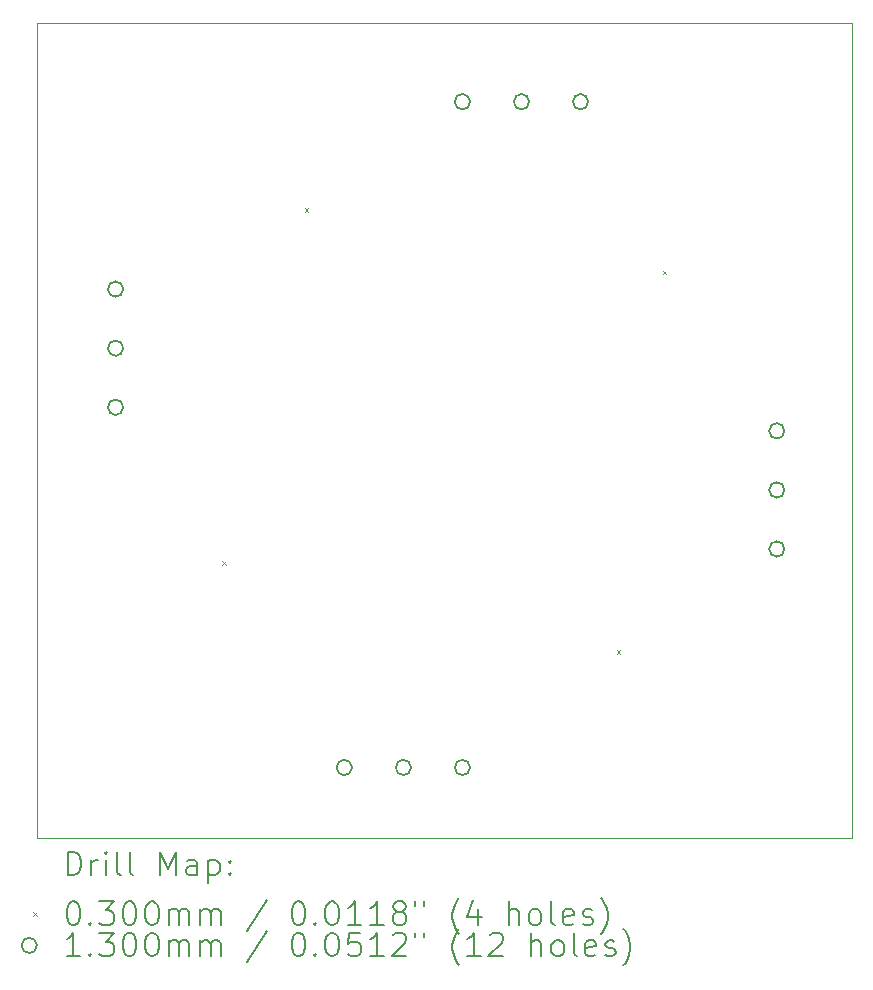
<source format=gbr>
%TF.GenerationSoftware,KiCad,Pcbnew,9.0.3*%
%TF.CreationDate,2025-08-26T19:25:46-07:00*%
%TF.ProjectId,sdi12_breakout,73646931-325f-4627-9265-616b6f75742e,V1*%
%TF.SameCoordinates,Original*%
%TF.FileFunction,Drillmap*%
%TF.FilePolarity,Positive*%
%FSLAX45Y45*%
G04 Gerber Fmt 4.5, Leading zero omitted, Abs format (unit mm)*
G04 Created by KiCad (PCBNEW 9.0.3) date 2025-08-26 19:25:46*
%MOMM*%
%LPD*%
G01*
G04 APERTURE LIST*
%ADD10C,0.050000*%
%ADD11C,0.200000*%
%ADD12C,0.100000*%
%ADD13C,0.130000*%
G04 APERTURE END LIST*
D10*
X10830000Y-6300000D02*
X17730000Y-6300000D01*
X17730000Y-13200000D01*
X10830000Y-13200000D01*
X10830000Y-6300000D01*
D11*
D12*
X12395000Y-10855000D02*
X12425000Y-10885000D01*
X12425000Y-10855000D02*
X12395000Y-10885000D01*
X13095000Y-7865000D02*
X13125000Y-7895000D01*
X13125000Y-7865000D02*
X13095000Y-7895000D01*
X15735000Y-11605000D02*
X15765000Y-11635000D01*
X15765000Y-11605000D02*
X15735000Y-11635000D01*
X16125000Y-8395000D02*
X16155000Y-8425000D01*
X16155000Y-8395000D02*
X16125000Y-8425000D01*
D13*
X11558250Y-8550000D02*
G75*
G02*
X11428250Y-8550000I-65000J0D01*
G01*
X11428250Y-8550000D02*
G75*
G02*
X11558250Y-8550000I65000J0D01*
G01*
X11558250Y-9050000D02*
G75*
G02*
X11428250Y-9050000I-65000J0D01*
G01*
X11428250Y-9050000D02*
G75*
G02*
X11558250Y-9050000I65000J0D01*
G01*
X11558250Y-9550000D02*
G75*
G02*
X11428250Y-9550000I-65000J0D01*
G01*
X11428250Y-9550000D02*
G75*
G02*
X11558250Y-9550000I65000J0D01*
G01*
X13495000Y-12600000D02*
G75*
G02*
X13365000Y-12600000I-65000J0D01*
G01*
X13365000Y-12600000D02*
G75*
G02*
X13495000Y-12600000I65000J0D01*
G01*
X13995000Y-12600000D02*
G75*
G02*
X13865000Y-12600000I-65000J0D01*
G01*
X13865000Y-12600000D02*
G75*
G02*
X13995000Y-12600000I65000J0D01*
G01*
X14495000Y-6963250D02*
G75*
G02*
X14365000Y-6963250I-65000J0D01*
G01*
X14365000Y-6963250D02*
G75*
G02*
X14495000Y-6963250I65000J0D01*
G01*
X14495000Y-12600000D02*
G75*
G02*
X14365000Y-12600000I-65000J0D01*
G01*
X14365000Y-12600000D02*
G75*
G02*
X14495000Y-12600000I65000J0D01*
G01*
X14995000Y-6963250D02*
G75*
G02*
X14865000Y-6963250I-65000J0D01*
G01*
X14865000Y-6963250D02*
G75*
G02*
X14995000Y-6963250I65000J0D01*
G01*
X15495000Y-6963250D02*
G75*
G02*
X15365000Y-6963250I-65000J0D01*
G01*
X15365000Y-6963250D02*
G75*
G02*
X15495000Y-6963250I65000J0D01*
G01*
X17156750Y-9750000D02*
G75*
G02*
X17026750Y-9750000I-65000J0D01*
G01*
X17026750Y-9750000D02*
G75*
G02*
X17156750Y-9750000I65000J0D01*
G01*
X17156750Y-10250000D02*
G75*
G02*
X17026750Y-10250000I-65000J0D01*
G01*
X17026750Y-10250000D02*
G75*
G02*
X17156750Y-10250000I65000J0D01*
G01*
X17156750Y-10750000D02*
G75*
G02*
X17026750Y-10750000I-65000J0D01*
G01*
X17026750Y-10750000D02*
G75*
G02*
X17156750Y-10750000I65000J0D01*
G01*
D11*
X11088277Y-13513984D02*
X11088277Y-13313984D01*
X11088277Y-13313984D02*
X11135896Y-13313984D01*
X11135896Y-13313984D02*
X11164467Y-13323508D01*
X11164467Y-13323508D02*
X11183515Y-13342555D01*
X11183515Y-13342555D02*
X11193039Y-13361603D01*
X11193039Y-13361603D02*
X11202562Y-13399698D01*
X11202562Y-13399698D02*
X11202562Y-13428269D01*
X11202562Y-13428269D02*
X11193039Y-13466365D01*
X11193039Y-13466365D02*
X11183515Y-13485412D01*
X11183515Y-13485412D02*
X11164467Y-13504460D01*
X11164467Y-13504460D02*
X11135896Y-13513984D01*
X11135896Y-13513984D02*
X11088277Y-13513984D01*
X11288277Y-13513984D02*
X11288277Y-13380650D01*
X11288277Y-13418746D02*
X11297801Y-13399698D01*
X11297801Y-13399698D02*
X11307324Y-13390174D01*
X11307324Y-13390174D02*
X11326372Y-13380650D01*
X11326372Y-13380650D02*
X11345420Y-13380650D01*
X11412086Y-13513984D02*
X11412086Y-13380650D01*
X11412086Y-13313984D02*
X11402562Y-13323508D01*
X11402562Y-13323508D02*
X11412086Y-13333031D01*
X11412086Y-13333031D02*
X11421610Y-13323508D01*
X11421610Y-13323508D02*
X11412086Y-13313984D01*
X11412086Y-13313984D02*
X11412086Y-13333031D01*
X11535896Y-13513984D02*
X11516848Y-13504460D01*
X11516848Y-13504460D02*
X11507324Y-13485412D01*
X11507324Y-13485412D02*
X11507324Y-13313984D01*
X11640658Y-13513984D02*
X11621610Y-13504460D01*
X11621610Y-13504460D02*
X11612086Y-13485412D01*
X11612086Y-13485412D02*
X11612086Y-13313984D01*
X11869229Y-13513984D02*
X11869229Y-13313984D01*
X11869229Y-13313984D02*
X11935896Y-13456841D01*
X11935896Y-13456841D02*
X12002562Y-13313984D01*
X12002562Y-13313984D02*
X12002562Y-13513984D01*
X12183515Y-13513984D02*
X12183515Y-13409222D01*
X12183515Y-13409222D02*
X12173991Y-13390174D01*
X12173991Y-13390174D02*
X12154943Y-13380650D01*
X12154943Y-13380650D02*
X12116848Y-13380650D01*
X12116848Y-13380650D02*
X12097801Y-13390174D01*
X12183515Y-13504460D02*
X12164467Y-13513984D01*
X12164467Y-13513984D02*
X12116848Y-13513984D01*
X12116848Y-13513984D02*
X12097801Y-13504460D01*
X12097801Y-13504460D02*
X12088277Y-13485412D01*
X12088277Y-13485412D02*
X12088277Y-13466365D01*
X12088277Y-13466365D02*
X12097801Y-13447317D01*
X12097801Y-13447317D02*
X12116848Y-13437793D01*
X12116848Y-13437793D02*
X12164467Y-13437793D01*
X12164467Y-13437793D02*
X12183515Y-13428269D01*
X12278753Y-13380650D02*
X12278753Y-13580650D01*
X12278753Y-13390174D02*
X12297801Y-13380650D01*
X12297801Y-13380650D02*
X12335896Y-13380650D01*
X12335896Y-13380650D02*
X12354943Y-13390174D01*
X12354943Y-13390174D02*
X12364467Y-13399698D01*
X12364467Y-13399698D02*
X12373991Y-13418746D01*
X12373991Y-13418746D02*
X12373991Y-13475888D01*
X12373991Y-13475888D02*
X12364467Y-13494936D01*
X12364467Y-13494936D02*
X12354943Y-13504460D01*
X12354943Y-13504460D02*
X12335896Y-13513984D01*
X12335896Y-13513984D02*
X12297801Y-13513984D01*
X12297801Y-13513984D02*
X12278753Y-13504460D01*
X12459705Y-13494936D02*
X12469229Y-13504460D01*
X12469229Y-13504460D02*
X12459705Y-13513984D01*
X12459705Y-13513984D02*
X12450182Y-13504460D01*
X12450182Y-13504460D02*
X12459705Y-13494936D01*
X12459705Y-13494936D02*
X12459705Y-13513984D01*
X12459705Y-13390174D02*
X12469229Y-13399698D01*
X12469229Y-13399698D02*
X12459705Y-13409222D01*
X12459705Y-13409222D02*
X12450182Y-13399698D01*
X12450182Y-13399698D02*
X12459705Y-13390174D01*
X12459705Y-13390174D02*
X12459705Y-13409222D01*
D12*
X10797500Y-13827500D02*
X10827500Y-13857500D01*
X10827500Y-13827500D02*
X10797500Y-13857500D01*
D11*
X11126372Y-13733984D02*
X11145420Y-13733984D01*
X11145420Y-13733984D02*
X11164467Y-13743508D01*
X11164467Y-13743508D02*
X11173991Y-13753031D01*
X11173991Y-13753031D02*
X11183515Y-13772079D01*
X11183515Y-13772079D02*
X11193039Y-13810174D01*
X11193039Y-13810174D02*
X11193039Y-13857793D01*
X11193039Y-13857793D02*
X11183515Y-13895888D01*
X11183515Y-13895888D02*
X11173991Y-13914936D01*
X11173991Y-13914936D02*
X11164467Y-13924460D01*
X11164467Y-13924460D02*
X11145420Y-13933984D01*
X11145420Y-13933984D02*
X11126372Y-13933984D01*
X11126372Y-13933984D02*
X11107324Y-13924460D01*
X11107324Y-13924460D02*
X11097801Y-13914936D01*
X11097801Y-13914936D02*
X11088277Y-13895888D01*
X11088277Y-13895888D02*
X11078753Y-13857793D01*
X11078753Y-13857793D02*
X11078753Y-13810174D01*
X11078753Y-13810174D02*
X11088277Y-13772079D01*
X11088277Y-13772079D02*
X11097801Y-13753031D01*
X11097801Y-13753031D02*
X11107324Y-13743508D01*
X11107324Y-13743508D02*
X11126372Y-13733984D01*
X11278753Y-13914936D02*
X11288277Y-13924460D01*
X11288277Y-13924460D02*
X11278753Y-13933984D01*
X11278753Y-13933984D02*
X11269229Y-13924460D01*
X11269229Y-13924460D02*
X11278753Y-13914936D01*
X11278753Y-13914936D02*
X11278753Y-13933984D01*
X11354943Y-13733984D02*
X11478753Y-13733984D01*
X11478753Y-13733984D02*
X11412086Y-13810174D01*
X11412086Y-13810174D02*
X11440658Y-13810174D01*
X11440658Y-13810174D02*
X11459705Y-13819698D01*
X11459705Y-13819698D02*
X11469229Y-13829222D01*
X11469229Y-13829222D02*
X11478753Y-13848269D01*
X11478753Y-13848269D02*
X11478753Y-13895888D01*
X11478753Y-13895888D02*
X11469229Y-13914936D01*
X11469229Y-13914936D02*
X11459705Y-13924460D01*
X11459705Y-13924460D02*
X11440658Y-13933984D01*
X11440658Y-13933984D02*
X11383515Y-13933984D01*
X11383515Y-13933984D02*
X11364467Y-13924460D01*
X11364467Y-13924460D02*
X11354943Y-13914936D01*
X11602562Y-13733984D02*
X11621610Y-13733984D01*
X11621610Y-13733984D02*
X11640658Y-13743508D01*
X11640658Y-13743508D02*
X11650182Y-13753031D01*
X11650182Y-13753031D02*
X11659705Y-13772079D01*
X11659705Y-13772079D02*
X11669229Y-13810174D01*
X11669229Y-13810174D02*
X11669229Y-13857793D01*
X11669229Y-13857793D02*
X11659705Y-13895888D01*
X11659705Y-13895888D02*
X11650182Y-13914936D01*
X11650182Y-13914936D02*
X11640658Y-13924460D01*
X11640658Y-13924460D02*
X11621610Y-13933984D01*
X11621610Y-13933984D02*
X11602562Y-13933984D01*
X11602562Y-13933984D02*
X11583515Y-13924460D01*
X11583515Y-13924460D02*
X11573991Y-13914936D01*
X11573991Y-13914936D02*
X11564467Y-13895888D01*
X11564467Y-13895888D02*
X11554943Y-13857793D01*
X11554943Y-13857793D02*
X11554943Y-13810174D01*
X11554943Y-13810174D02*
X11564467Y-13772079D01*
X11564467Y-13772079D02*
X11573991Y-13753031D01*
X11573991Y-13753031D02*
X11583515Y-13743508D01*
X11583515Y-13743508D02*
X11602562Y-13733984D01*
X11793039Y-13733984D02*
X11812086Y-13733984D01*
X11812086Y-13733984D02*
X11831134Y-13743508D01*
X11831134Y-13743508D02*
X11840658Y-13753031D01*
X11840658Y-13753031D02*
X11850182Y-13772079D01*
X11850182Y-13772079D02*
X11859705Y-13810174D01*
X11859705Y-13810174D02*
X11859705Y-13857793D01*
X11859705Y-13857793D02*
X11850182Y-13895888D01*
X11850182Y-13895888D02*
X11840658Y-13914936D01*
X11840658Y-13914936D02*
X11831134Y-13924460D01*
X11831134Y-13924460D02*
X11812086Y-13933984D01*
X11812086Y-13933984D02*
X11793039Y-13933984D01*
X11793039Y-13933984D02*
X11773991Y-13924460D01*
X11773991Y-13924460D02*
X11764467Y-13914936D01*
X11764467Y-13914936D02*
X11754943Y-13895888D01*
X11754943Y-13895888D02*
X11745420Y-13857793D01*
X11745420Y-13857793D02*
X11745420Y-13810174D01*
X11745420Y-13810174D02*
X11754943Y-13772079D01*
X11754943Y-13772079D02*
X11764467Y-13753031D01*
X11764467Y-13753031D02*
X11773991Y-13743508D01*
X11773991Y-13743508D02*
X11793039Y-13733984D01*
X11945420Y-13933984D02*
X11945420Y-13800650D01*
X11945420Y-13819698D02*
X11954943Y-13810174D01*
X11954943Y-13810174D02*
X11973991Y-13800650D01*
X11973991Y-13800650D02*
X12002563Y-13800650D01*
X12002563Y-13800650D02*
X12021610Y-13810174D01*
X12021610Y-13810174D02*
X12031134Y-13829222D01*
X12031134Y-13829222D02*
X12031134Y-13933984D01*
X12031134Y-13829222D02*
X12040658Y-13810174D01*
X12040658Y-13810174D02*
X12059705Y-13800650D01*
X12059705Y-13800650D02*
X12088277Y-13800650D01*
X12088277Y-13800650D02*
X12107324Y-13810174D01*
X12107324Y-13810174D02*
X12116848Y-13829222D01*
X12116848Y-13829222D02*
X12116848Y-13933984D01*
X12212086Y-13933984D02*
X12212086Y-13800650D01*
X12212086Y-13819698D02*
X12221610Y-13810174D01*
X12221610Y-13810174D02*
X12240658Y-13800650D01*
X12240658Y-13800650D02*
X12269229Y-13800650D01*
X12269229Y-13800650D02*
X12288277Y-13810174D01*
X12288277Y-13810174D02*
X12297801Y-13829222D01*
X12297801Y-13829222D02*
X12297801Y-13933984D01*
X12297801Y-13829222D02*
X12307324Y-13810174D01*
X12307324Y-13810174D02*
X12326372Y-13800650D01*
X12326372Y-13800650D02*
X12354943Y-13800650D01*
X12354943Y-13800650D02*
X12373991Y-13810174D01*
X12373991Y-13810174D02*
X12383515Y-13829222D01*
X12383515Y-13829222D02*
X12383515Y-13933984D01*
X12773991Y-13724460D02*
X12602563Y-13981603D01*
X13031134Y-13733984D02*
X13050182Y-13733984D01*
X13050182Y-13733984D02*
X13069229Y-13743508D01*
X13069229Y-13743508D02*
X13078753Y-13753031D01*
X13078753Y-13753031D02*
X13088277Y-13772079D01*
X13088277Y-13772079D02*
X13097801Y-13810174D01*
X13097801Y-13810174D02*
X13097801Y-13857793D01*
X13097801Y-13857793D02*
X13088277Y-13895888D01*
X13088277Y-13895888D02*
X13078753Y-13914936D01*
X13078753Y-13914936D02*
X13069229Y-13924460D01*
X13069229Y-13924460D02*
X13050182Y-13933984D01*
X13050182Y-13933984D02*
X13031134Y-13933984D01*
X13031134Y-13933984D02*
X13012086Y-13924460D01*
X13012086Y-13924460D02*
X13002563Y-13914936D01*
X13002563Y-13914936D02*
X12993039Y-13895888D01*
X12993039Y-13895888D02*
X12983515Y-13857793D01*
X12983515Y-13857793D02*
X12983515Y-13810174D01*
X12983515Y-13810174D02*
X12993039Y-13772079D01*
X12993039Y-13772079D02*
X13002563Y-13753031D01*
X13002563Y-13753031D02*
X13012086Y-13743508D01*
X13012086Y-13743508D02*
X13031134Y-13733984D01*
X13183515Y-13914936D02*
X13193039Y-13924460D01*
X13193039Y-13924460D02*
X13183515Y-13933984D01*
X13183515Y-13933984D02*
X13173991Y-13924460D01*
X13173991Y-13924460D02*
X13183515Y-13914936D01*
X13183515Y-13914936D02*
X13183515Y-13933984D01*
X13316848Y-13733984D02*
X13335896Y-13733984D01*
X13335896Y-13733984D02*
X13354944Y-13743508D01*
X13354944Y-13743508D02*
X13364467Y-13753031D01*
X13364467Y-13753031D02*
X13373991Y-13772079D01*
X13373991Y-13772079D02*
X13383515Y-13810174D01*
X13383515Y-13810174D02*
X13383515Y-13857793D01*
X13383515Y-13857793D02*
X13373991Y-13895888D01*
X13373991Y-13895888D02*
X13364467Y-13914936D01*
X13364467Y-13914936D02*
X13354944Y-13924460D01*
X13354944Y-13924460D02*
X13335896Y-13933984D01*
X13335896Y-13933984D02*
X13316848Y-13933984D01*
X13316848Y-13933984D02*
X13297801Y-13924460D01*
X13297801Y-13924460D02*
X13288277Y-13914936D01*
X13288277Y-13914936D02*
X13278753Y-13895888D01*
X13278753Y-13895888D02*
X13269229Y-13857793D01*
X13269229Y-13857793D02*
X13269229Y-13810174D01*
X13269229Y-13810174D02*
X13278753Y-13772079D01*
X13278753Y-13772079D02*
X13288277Y-13753031D01*
X13288277Y-13753031D02*
X13297801Y-13743508D01*
X13297801Y-13743508D02*
X13316848Y-13733984D01*
X13573991Y-13933984D02*
X13459706Y-13933984D01*
X13516848Y-13933984D02*
X13516848Y-13733984D01*
X13516848Y-13733984D02*
X13497801Y-13762555D01*
X13497801Y-13762555D02*
X13478753Y-13781603D01*
X13478753Y-13781603D02*
X13459706Y-13791127D01*
X13764467Y-13933984D02*
X13650182Y-13933984D01*
X13707325Y-13933984D02*
X13707325Y-13733984D01*
X13707325Y-13733984D02*
X13688277Y-13762555D01*
X13688277Y-13762555D02*
X13669229Y-13781603D01*
X13669229Y-13781603D02*
X13650182Y-13791127D01*
X13878753Y-13819698D02*
X13859706Y-13810174D01*
X13859706Y-13810174D02*
X13850182Y-13800650D01*
X13850182Y-13800650D02*
X13840658Y-13781603D01*
X13840658Y-13781603D02*
X13840658Y-13772079D01*
X13840658Y-13772079D02*
X13850182Y-13753031D01*
X13850182Y-13753031D02*
X13859706Y-13743508D01*
X13859706Y-13743508D02*
X13878753Y-13733984D01*
X13878753Y-13733984D02*
X13916848Y-13733984D01*
X13916848Y-13733984D02*
X13935896Y-13743508D01*
X13935896Y-13743508D02*
X13945420Y-13753031D01*
X13945420Y-13753031D02*
X13954944Y-13772079D01*
X13954944Y-13772079D02*
X13954944Y-13781603D01*
X13954944Y-13781603D02*
X13945420Y-13800650D01*
X13945420Y-13800650D02*
X13935896Y-13810174D01*
X13935896Y-13810174D02*
X13916848Y-13819698D01*
X13916848Y-13819698D02*
X13878753Y-13819698D01*
X13878753Y-13819698D02*
X13859706Y-13829222D01*
X13859706Y-13829222D02*
X13850182Y-13838746D01*
X13850182Y-13838746D02*
X13840658Y-13857793D01*
X13840658Y-13857793D02*
X13840658Y-13895888D01*
X13840658Y-13895888D02*
X13850182Y-13914936D01*
X13850182Y-13914936D02*
X13859706Y-13924460D01*
X13859706Y-13924460D02*
X13878753Y-13933984D01*
X13878753Y-13933984D02*
X13916848Y-13933984D01*
X13916848Y-13933984D02*
X13935896Y-13924460D01*
X13935896Y-13924460D02*
X13945420Y-13914936D01*
X13945420Y-13914936D02*
X13954944Y-13895888D01*
X13954944Y-13895888D02*
X13954944Y-13857793D01*
X13954944Y-13857793D02*
X13945420Y-13838746D01*
X13945420Y-13838746D02*
X13935896Y-13829222D01*
X13935896Y-13829222D02*
X13916848Y-13819698D01*
X14031134Y-13733984D02*
X14031134Y-13772079D01*
X14107325Y-13733984D02*
X14107325Y-13772079D01*
X14402563Y-14010174D02*
X14393039Y-14000650D01*
X14393039Y-14000650D02*
X14373991Y-13972079D01*
X14373991Y-13972079D02*
X14364468Y-13953031D01*
X14364468Y-13953031D02*
X14354944Y-13924460D01*
X14354944Y-13924460D02*
X14345420Y-13876841D01*
X14345420Y-13876841D02*
X14345420Y-13838746D01*
X14345420Y-13838746D02*
X14354944Y-13791127D01*
X14354944Y-13791127D02*
X14364468Y-13762555D01*
X14364468Y-13762555D02*
X14373991Y-13743508D01*
X14373991Y-13743508D02*
X14393039Y-13714936D01*
X14393039Y-13714936D02*
X14402563Y-13705412D01*
X14564468Y-13800650D02*
X14564468Y-13933984D01*
X14516848Y-13724460D02*
X14469229Y-13867317D01*
X14469229Y-13867317D02*
X14593039Y-13867317D01*
X14821610Y-13933984D02*
X14821610Y-13733984D01*
X14907325Y-13933984D02*
X14907325Y-13829222D01*
X14907325Y-13829222D02*
X14897801Y-13810174D01*
X14897801Y-13810174D02*
X14878753Y-13800650D01*
X14878753Y-13800650D02*
X14850182Y-13800650D01*
X14850182Y-13800650D02*
X14831134Y-13810174D01*
X14831134Y-13810174D02*
X14821610Y-13819698D01*
X15031134Y-13933984D02*
X15012087Y-13924460D01*
X15012087Y-13924460D02*
X15002563Y-13914936D01*
X15002563Y-13914936D02*
X14993039Y-13895888D01*
X14993039Y-13895888D02*
X14993039Y-13838746D01*
X14993039Y-13838746D02*
X15002563Y-13819698D01*
X15002563Y-13819698D02*
X15012087Y-13810174D01*
X15012087Y-13810174D02*
X15031134Y-13800650D01*
X15031134Y-13800650D02*
X15059706Y-13800650D01*
X15059706Y-13800650D02*
X15078753Y-13810174D01*
X15078753Y-13810174D02*
X15088277Y-13819698D01*
X15088277Y-13819698D02*
X15097801Y-13838746D01*
X15097801Y-13838746D02*
X15097801Y-13895888D01*
X15097801Y-13895888D02*
X15088277Y-13914936D01*
X15088277Y-13914936D02*
X15078753Y-13924460D01*
X15078753Y-13924460D02*
X15059706Y-13933984D01*
X15059706Y-13933984D02*
X15031134Y-13933984D01*
X15212087Y-13933984D02*
X15193039Y-13924460D01*
X15193039Y-13924460D02*
X15183515Y-13905412D01*
X15183515Y-13905412D02*
X15183515Y-13733984D01*
X15364468Y-13924460D02*
X15345420Y-13933984D01*
X15345420Y-13933984D02*
X15307325Y-13933984D01*
X15307325Y-13933984D02*
X15288277Y-13924460D01*
X15288277Y-13924460D02*
X15278753Y-13905412D01*
X15278753Y-13905412D02*
X15278753Y-13829222D01*
X15278753Y-13829222D02*
X15288277Y-13810174D01*
X15288277Y-13810174D02*
X15307325Y-13800650D01*
X15307325Y-13800650D02*
X15345420Y-13800650D01*
X15345420Y-13800650D02*
X15364468Y-13810174D01*
X15364468Y-13810174D02*
X15373991Y-13829222D01*
X15373991Y-13829222D02*
X15373991Y-13848269D01*
X15373991Y-13848269D02*
X15278753Y-13867317D01*
X15450182Y-13924460D02*
X15469230Y-13933984D01*
X15469230Y-13933984D02*
X15507325Y-13933984D01*
X15507325Y-13933984D02*
X15526372Y-13924460D01*
X15526372Y-13924460D02*
X15535896Y-13905412D01*
X15535896Y-13905412D02*
X15535896Y-13895888D01*
X15535896Y-13895888D02*
X15526372Y-13876841D01*
X15526372Y-13876841D02*
X15507325Y-13867317D01*
X15507325Y-13867317D02*
X15478753Y-13867317D01*
X15478753Y-13867317D02*
X15459706Y-13857793D01*
X15459706Y-13857793D02*
X15450182Y-13838746D01*
X15450182Y-13838746D02*
X15450182Y-13829222D01*
X15450182Y-13829222D02*
X15459706Y-13810174D01*
X15459706Y-13810174D02*
X15478753Y-13800650D01*
X15478753Y-13800650D02*
X15507325Y-13800650D01*
X15507325Y-13800650D02*
X15526372Y-13810174D01*
X15602563Y-14010174D02*
X15612087Y-14000650D01*
X15612087Y-14000650D02*
X15631134Y-13972079D01*
X15631134Y-13972079D02*
X15640658Y-13953031D01*
X15640658Y-13953031D02*
X15650182Y-13924460D01*
X15650182Y-13924460D02*
X15659706Y-13876841D01*
X15659706Y-13876841D02*
X15659706Y-13838746D01*
X15659706Y-13838746D02*
X15650182Y-13791127D01*
X15650182Y-13791127D02*
X15640658Y-13762555D01*
X15640658Y-13762555D02*
X15631134Y-13743508D01*
X15631134Y-13743508D02*
X15612087Y-13714936D01*
X15612087Y-13714936D02*
X15602563Y-13705412D01*
D13*
X10827500Y-14106500D02*
G75*
G02*
X10697500Y-14106500I-65000J0D01*
G01*
X10697500Y-14106500D02*
G75*
G02*
X10827500Y-14106500I65000J0D01*
G01*
D11*
X11193039Y-14197984D02*
X11078753Y-14197984D01*
X11135896Y-14197984D02*
X11135896Y-13997984D01*
X11135896Y-13997984D02*
X11116848Y-14026555D01*
X11116848Y-14026555D02*
X11097801Y-14045603D01*
X11097801Y-14045603D02*
X11078753Y-14055127D01*
X11278753Y-14178936D02*
X11288277Y-14188460D01*
X11288277Y-14188460D02*
X11278753Y-14197984D01*
X11278753Y-14197984D02*
X11269229Y-14188460D01*
X11269229Y-14188460D02*
X11278753Y-14178936D01*
X11278753Y-14178936D02*
X11278753Y-14197984D01*
X11354943Y-13997984D02*
X11478753Y-13997984D01*
X11478753Y-13997984D02*
X11412086Y-14074174D01*
X11412086Y-14074174D02*
X11440658Y-14074174D01*
X11440658Y-14074174D02*
X11459705Y-14083698D01*
X11459705Y-14083698D02*
X11469229Y-14093222D01*
X11469229Y-14093222D02*
X11478753Y-14112269D01*
X11478753Y-14112269D02*
X11478753Y-14159888D01*
X11478753Y-14159888D02*
X11469229Y-14178936D01*
X11469229Y-14178936D02*
X11459705Y-14188460D01*
X11459705Y-14188460D02*
X11440658Y-14197984D01*
X11440658Y-14197984D02*
X11383515Y-14197984D01*
X11383515Y-14197984D02*
X11364467Y-14188460D01*
X11364467Y-14188460D02*
X11354943Y-14178936D01*
X11602562Y-13997984D02*
X11621610Y-13997984D01*
X11621610Y-13997984D02*
X11640658Y-14007508D01*
X11640658Y-14007508D02*
X11650182Y-14017031D01*
X11650182Y-14017031D02*
X11659705Y-14036079D01*
X11659705Y-14036079D02*
X11669229Y-14074174D01*
X11669229Y-14074174D02*
X11669229Y-14121793D01*
X11669229Y-14121793D02*
X11659705Y-14159888D01*
X11659705Y-14159888D02*
X11650182Y-14178936D01*
X11650182Y-14178936D02*
X11640658Y-14188460D01*
X11640658Y-14188460D02*
X11621610Y-14197984D01*
X11621610Y-14197984D02*
X11602562Y-14197984D01*
X11602562Y-14197984D02*
X11583515Y-14188460D01*
X11583515Y-14188460D02*
X11573991Y-14178936D01*
X11573991Y-14178936D02*
X11564467Y-14159888D01*
X11564467Y-14159888D02*
X11554943Y-14121793D01*
X11554943Y-14121793D02*
X11554943Y-14074174D01*
X11554943Y-14074174D02*
X11564467Y-14036079D01*
X11564467Y-14036079D02*
X11573991Y-14017031D01*
X11573991Y-14017031D02*
X11583515Y-14007508D01*
X11583515Y-14007508D02*
X11602562Y-13997984D01*
X11793039Y-13997984D02*
X11812086Y-13997984D01*
X11812086Y-13997984D02*
X11831134Y-14007508D01*
X11831134Y-14007508D02*
X11840658Y-14017031D01*
X11840658Y-14017031D02*
X11850182Y-14036079D01*
X11850182Y-14036079D02*
X11859705Y-14074174D01*
X11859705Y-14074174D02*
X11859705Y-14121793D01*
X11859705Y-14121793D02*
X11850182Y-14159888D01*
X11850182Y-14159888D02*
X11840658Y-14178936D01*
X11840658Y-14178936D02*
X11831134Y-14188460D01*
X11831134Y-14188460D02*
X11812086Y-14197984D01*
X11812086Y-14197984D02*
X11793039Y-14197984D01*
X11793039Y-14197984D02*
X11773991Y-14188460D01*
X11773991Y-14188460D02*
X11764467Y-14178936D01*
X11764467Y-14178936D02*
X11754943Y-14159888D01*
X11754943Y-14159888D02*
X11745420Y-14121793D01*
X11745420Y-14121793D02*
X11745420Y-14074174D01*
X11745420Y-14074174D02*
X11754943Y-14036079D01*
X11754943Y-14036079D02*
X11764467Y-14017031D01*
X11764467Y-14017031D02*
X11773991Y-14007508D01*
X11773991Y-14007508D02*
X11793039Y-13997984D01*
X11945420Y-14197984D02*
X11945420Y-14064650D01*
X11945420Y-14083698D02*
X11954943Y-14074174D01*
X11954943Y-14074174D02*
X11973991Y-14064650D01*
X11973991Y-14064650D02*
X12002563Y-14064650D01*
X12002563Y-14064650D02*
X12021610Y-14074174D01*
X12021610Y-14074174D02*
X12031134Y-14093222D01*
X12031134Y-14093222D02*
X12031134Y-14197984D01*
X12031134Y-14093222D02*
X12040658Y-14074174D01*
X12040658Y-14074174D02*
X12059705Y-14064650D01*
X12059705Y-14064650D02*
X12088277Y-14064650D01*
X12088277Y-14064650D02*
X12107324Y-14074174D01*
X12107324Y-14074174D02*
X12116848Y-14093222D01*
X12116848Y-14093222D02*
X12116848Y-14197984D01*
X12212086Y-14197984D02*
X12212086Y-14064650D01*
X12212086Y-14083698D02*
X12221610Y-14074174D01*
X12221610Y-14074174D02*
X12240658Y-14064650D01*
X12240658Y-14064650D02*
X12269229Y-14064650D01*
X12269229Y-14064650D02*
X12288277Y-14074174D01*
X12288277Y-14074174D02*
X12297801Y-14093222D01*
X12297801Y-14093222D02*
X12297801Y-14197984D01*
X12297801Y-14093222D02*
X12307324Y-14074174D01*
X12307324Y-14074174D02*
X12326372Y-14064650D01*
X12326372Y-14064650D02*
X12354943Y-14064650D01*
X12354943Y-14064650D02*
X12373991Y-14074174D01*
X12373991Y-14074174D02*
X12383515Y-14093222D01*
X12383515Y-14093222D02*
X12383515Y-14197984D01*
X12773991Y-13988460D02*
X12602563Y-14245603D01*
X13031134Y-13997984D02*
X13050182Y-13997984D01*
X13050182Y-13997984D02*
X13069229Y-14007508D01*
X13069229Y-14007508D02*
X13078753Y-14017031D01*
X13078753Y-14017031D02*
X13088277Y-14036079D01*
X13088277Y-14036079D02*
X13097801Y-14074174D01*
X13097801Y-14074174D02*
X13097801Y-14121793D01*
X13097801Y-14121793D02*
X13088277Y-14159888D01*
X13088277Y-14159888D02*
X13078753Y-14178936D01*
X13078753Y-14178936D02*
X13069229Y-14188460D01*
X13069229Y-14188460D02*
X13050182Y-14197984D01*
X13050182Y-14197984D02*
X13031134Y-14197984D01*
X13031134Y-14197984D02*
X13012086Y-14188460D01*
X13012086Y-14188460D02*
X13002563Y-14178936D01*
X13002563Y-14178936D02*
X12993039Y-14159888D01*
X12993039Y-14159888D02*
X12983515Y-14121793D01*
X12983515Y-14121793D02*
X12983515Y-14074174D01*
X12983515Y-14074174D02*
X12993039Y-14036079D01*
X12993039Y-14036079D02*
X13002563Y-14017031D01*
X13002563Y-14017031D02*
X13012086Y-14007508D01*
X13012086Y-14007508D02*
X13031134Y-13997984D01*
X13183515Y-14178936D02*
X13193039Y-14188460D01*
X13193039Y-14188460D02*
X13183515Y-14197984D01*
X13183515Y-14197984D02*
X13173991Y-14188460D01*
X13173991Y-14188460D02*
X13183515Y-14178936D01*
X13183515Y-14178936D02*
X13183515Y-14197984D01*
X13316848Y-13997984D02*
X13335896Y-13997984D01*
X13335896Y-13997984D02*
X13354944Y-14007508D01*
X13354944Y-14007508D02*
X13364467Y-14017031D01*
X13364467Y-14017031D02*
X13373991Y-14036079D01*
X13373991Y-14036079D02*
X13383515Y-14074174D01*
X13383515Y-14074174D02*
X13383515Y-14121793D01*
X13383515Y-14121793D02*
X13373991Y-14159888D01*
X13373991Y-14159888D02*
X13364467Y-14178936D01*
X13364467Y-14178936D02*
X13354944Y-14188460D01*
X13354944Y-14188460D02*
X13335896Y-14197984D01*
X13335896Y-14197984D02*
X13316848Y-14197984D01*
X13316848Y-14197984D02*
X13297801Y-14188460D01*
X13297801Y-14188460D02*
X13288277Y-14178936D01*
X13288277Y-14178936D02*
X13278753Y-14159888D01*
X13278753Y-14159888D02*
X13269229Y-14121793D01*
X13269229Y-14121793D02*
X13269229Y-14074174D01*
X13269229Y-14074174D02*
X13278753Y-14036079D01*
X13278753Y-14036079D02*
X13288277Y-14017031D01*
X13288277Y-14017031D02*
X13297801Y-14007508D01*
X13297801Y-14007508D02*
X13316848Y-13997984D01*
X13564467Y-13997984D02*
X13469229Y-13997984D01*
X13469229Y-13997984D02*
X13459706Y-14093222D01*
X13459706Y-14093222D02*
X13469229Y-14083698D01*
X13469229Y-14083698D02*
X13488277Y-14074174D01*
X13488277Y-14074174D02*
X13535896Y-14074174D01*
X13535896Y-14074174D02*
X13554944Y-14083698D01*
X13554944Y-14083698D02*
X13564467Y-14093222D01*
X13564467Y-14093222D02*
X13573991Y-14112269D01*
X13573991Y-14112269D02*
X13573991Y-14159888D01*
X13573991Y-14159888D02*
X13564467Y-14178936D01*
X13564467Y-14178936D02*
X13554944Y-14188460D01*
X13554944Y-14188460D02*
X13535896Y-14197984D01*
X13535896Y-14197984D02*
X13488277Y-14197984D01*
X13488277Y-14197984D02*
X13469229Y-14188460D01*
X13469229Y-14188460D02*
X13459706Y-14178936D01*
X13764467Y-14197984D02*
X13650182Y-14197984D01*
X13707325Y-14197984D02*
X13707325Y-13997984D01*
X13707325Y-13997984D02*
X13688277Y-14026555D01*
X13688277Y-14026555D02*
X13669229Y-14045603D01*
X13669229Y-14045603D02*
X13650182Y-14055127D01*
X13840658Y-14017031D02*
X13850182Y-14007508D01*
X13850182Y-14007508D02*
X13869229Y-13997984D01*
X13869229Y-13997984D02*
X13916848Y-13997984D01*
X13916848Y-13997984D02*
X13935896Y-14007508D01*
X13935896Y-14007508D02*
X13945420Y-14017031D01*
X13945420Y-14017031D02*
X13954944Y-14036079D01*
X13954944Y-14036079D02*
X13954944Y-14055127D01*
X13954944Y-14055127D02*
X13945420Y-14083698D01*
X13945420Y-14083698D02*
X13831134Y-14197984D01*
X13831134Y-14197984D02*
X13954944Y-14197984D01*
X14031134Y-13997984D02*
X14031134Y-14036079D01*
X14107325Y-13997984D02*
X14107325Y-14036079D01*
X14402563Y-14274174D02*
X14393039Y-14264650D01*
X14393039Y-14264650D02*
X14373991Y-14236079D01*
X14373991Y-14236079D02*
X14364468Y-14217031D01*
X14364468Y-14217031D02*
X14354944Y-14188460D01*
X14354944Y-14188460D02*
X14345420Y-14140841D01*
X14345420Y-14140841D02*
X14345420Y-14102746D01*
X14345420Y-14102746D02*
X14354944Y-14055127D01*
X14354944Y-14055127D02*
X14364468Y-14026555D01*
X14364468Y-14026555D02*
X14373991Y-14007508D01*
X14373991Y-14007508D02*
X14393039Y-13978936D01*
X14393039Y-13978936D02*
X14402563Y-13969412D01*
X14583515Y-14197984D02*
X14469229Y-14197984D01*
X14526372Y-14197984D02*
X14526372Y-13997984D01*
X14526372Y-13997984D02*
X14507325Y-14026555D01*
X14507325Y-14026555D02*
X14488277Y-14045603D01*
X14488277Y-14045603D02*
X14469229Y-14055127D01*
X14659706Y-14017031D02*
X14669229Y-14007508D01*
X14669229Y-14007508D02*
X14688277Y-13997984D01*
X14688277Y-13997984D02*
X14735896Y-13997984D01*
X14735896Y-13997984D02*
X14754944Y-14007508D01*
X14754944Y-14007508D02*
X14764468Y-14017031D01*
X14764468Y-14017031D02*
X14773991Y-14036079D01*
X14773991Y-14036079D02*
X14773991Y-14055127D01*
X14773991Y-14055127D02*
X14764468Y-14083698D01*
X14764468Y-14083698D02*
X14650182Y-14197984D01*
X14650182Y-14197984D02*
X14773991Y-14197984D01*
X15012087Y-14197984D02*
X15012087Y-13997984D01*
X15097801Y-14197984D02*
X15097801Y-14093222D01*
X15097801Y-14093222D02*
X15088277Y-14074174D01*
X15088277Y-14074174D02*
X15069230Y-14064650D01*
X15069230Y-14064650D02*
X15040658Y-14064650D01*
X15040658Y-14064650D02*
X15021610Y-14074174D01*
X15021610Y-14074174D02*
X15012087Y-14083698D01*
X15221610Y-14197984D02*
X15202563Y-14188460D01*
X15202563Y-14188460D02*
X15193039Y-14178936D01*
X15193039Y-14178936D02*
X15183515Y-14159888D01*
X15183515Y-14159888D02*
X15183515Y-14102746D01*
X15183515Y-14102746D02*
X15193039Y-14083698D01*
X15193039Y-14083698D02*
X15202563Y-14074174D01*
X15202563Y-14074174D02*
X15221610Y-14064650D01*
X15221610Y-14064650D02*
X15250182Y-14064650D01*
X15250182Y-14064650D02*
X15269230Y-14074174D01*
X15269230Y-14074174D02*
X15278753Y-14083698D01*
X15278753Y-14083698D02*
X15288277Y-14102746D01*
X15288277Y-14102746D02*
X15288277Y-14159888D01*
X15288277Y-14159888D02*
X15278753Y-14178936D01*
X15278753Y-14178936D02*
X15269230Y-14188460D01*
X15269230Y-14188460D02*
X15250182Y-14197984D01*
X15250182Y-14197984D02*
X15221610Y-14197984D01*
X15402563Y-14197984D02*
X15383515Y-14188460D01*
X15383515Y-14188460D02*
X15373991Y-14169412D01*
X15373991Y-14169412D02*
X15373991Y-13997984D01*
X15554944Y-14188460D02*
X15535896Y-14197984D01*
X15535896Y-14197984D02*
X15497801Y-14197984D01*
X15497801Y-14197984D02*
X15478753Y-14188460D01*
X15478753Y-14188460D02*
X15469230Y-14169412D01*
X15469230Y-14169412D02*
X15469230Y-14093222D01*
X15469230Y-14093222D02*
X15478753Y-14074174D01*
X15478753Y-14074174D02*
X15497801Y-14064650D01*
X15497801Y-14064650D02*
X15535896Y-14064650D01*
X15535896Y-14064650D02*
X15554944Y-14074174D01*
X15554944Y-14074174D02*
X15564468Y-14093222D01*
X15564468Y-14093222D02*
X15564468Y-14112269D01*
X15564468Y-14112269D02*
X15469230Y-14131317D01*
X15640658Y-14188460D02*
X15659706Y-14197984D01*
X15659706Y-14197984D02*
X15697801Y-14197984D01*
X15697801Y-14197984D02*
X15716849Y-14188460D01*
X15716849Y-14188460D02*
X15726372Y-14169412D01*
X15726372Y-14169412D02*
X15726372Y-14159888D01*
X15726372Y-14159888D02*
X15716849Y-14140841D01*
X15716849Y-14140841D02*
X15697801Y-14131317D01*
X15697801Y-14131317D02*
X15669230Y-14131317D01*
X15669230Y-14131317D02*
X15650182Y-14121793D01*
X15650182Y-14121793D02*
X15640658Y-14102746D01*
X15640658Y-14102746D02*
X15640658Y-14093222D01*
X15640658Y-14093222D02*
X15650182Y-14074174D01*
X15650182Y-14074174D02*
X15669230Y-14064650D01*
X15669230Y-14064650D02*
X15697801Y-14064650D01*
X15697801Y-14064650D02*
X15716849Y-14074174D01*
X15793039Y-14274174D02*
X15802563Y-14264650D01*
X15802563Y-14264650D02*
X15821611Y-14236079D01*
X15821611Y-14236079D02*
X15831134Y-14217031D01*
X15831134Y-14217031D02*
X15840658Y-14188460D01*
X15840658Y-14188460D02*
X15850182Y-14140841D01*
X15850182Y-14140841D02*
X15850182Y-14102746D01*
X15850182Y-14102746D02*
X15840658Y-14055127D01*
X15840658Y-14055127D02*
X15831134Y-14026555D01*
X15831134Y-14026555D02*
X15821611Y-14007508D01*
X15821611Y-14007508D02*
X15802563Y-13978936D01*
X15802563Y-13978936D02*
X15793039Y-13969412D01*
M02*

</source>
